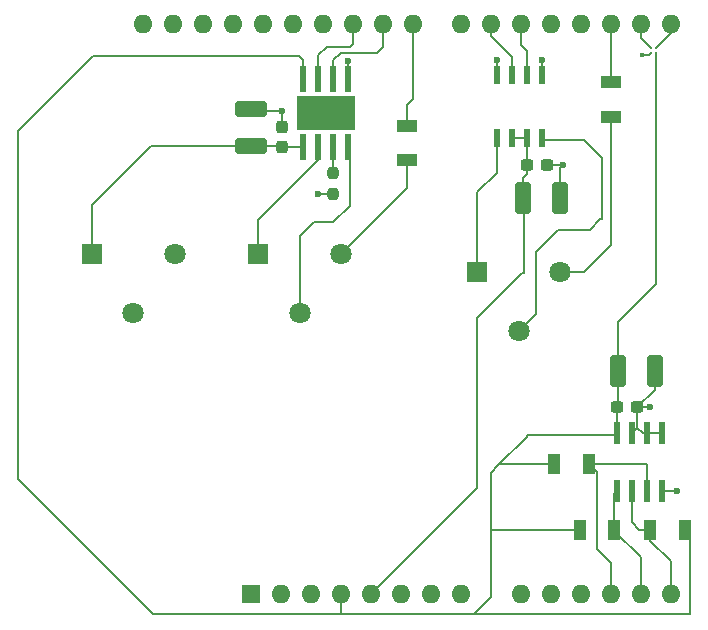
<source format=gtl>
%TF.GenerationSoftware,KiCad,Pcbnew,9.0.2*%
%TF.CreationDate,2025-12-29T08:51:12-08:00*%
%TF.ProjectId,motor_temperature,6d6f746f-725f-4746-956d-706572617475,A*%
%TF.SameCoordinates,Original*%
%TF.FileFunction,Copper,L1,Top*%
%TF.FilePolarity,Positive*%
%FSLAX46Y46*%
G04 Gerber Fmt 4.6, Leading zero omitted, Abs format (unit mm)*
G04 Created by KiCad (PCBNEW 9.0.2) date 2025-12-29 08:51:12*
%MOMM*%
%LPD*%
G01*
G04 APERTURE LIST*
G04 Aperture macros list*
%AMRoundRect*
0 Rectangle with rounded corners*
0 $1 Rounding radius*
0 $2 $3 $4 $5 $6 $7 $8 $9 X,Y pos of 4 corners*
0 Add a 4 corners polygon primitive as box body*
4,1,4,$2,$3,$4,$5,$6,$7,$8,$9,$2,$3,0*
0 Add four circle primitives for the rounded corners*
1,1,$1+$1,$2,$3*
1,1,$1+$1,$4,$5*
1,1,$1+$1,$6,$7*
1,1,$1+$1,$8,$9*
0 Add four rect primitives between the rounded corners*
20,1,$1+$1,$2,$3,$4,$5,0*
20,1,$1+$1,$4,$5,$6,$7,0*
20,1,$1+$1,$6,$7,$8,$9,0*
20,1,$1+$1,$8,$9,$2,$3,0*%
G04 Aperture macros list end*
%TA.AperFunction,SMDPad,CuDef*%
%ADD10RoundRect,0.237500X-0.237500X0.250000X-0.237500X-0.250000X0.237500X-0.250000X0.237500X0.250000X0*%
%TD*%
%TA.AperFunction,SMDPad,CuDef*%
%ADD11RoundRect,0.237500X-0.300000X-0.237500X0.300000X-0.237500X0.300000X0.237500X-0.300000X0.237500X0*%
%TD*%
%TA.AperFunction,ComponentPad*%
%ADD12R,1.800000X1.800000*%
%TD*%
%TA.AperFunction,ComponentPad*%
%ADD13C,1.800000*%
%TD*%
%TA.AperFunction,SMDPad,CuDef*%
%ADD14R,1.050000X1.720000*%
%TD*%
%TA.AperFunction,SMDPad,CuDef*%
%ADD15RoundRect,0.250000X-0.412500X-1.100000X0.412500X-1.100000X0.412500X1.100000X-0.412500X1.100000X0*%
%TD*%
%TA.AperFunction,SMDPad,CuDef*%
%ADD16RoundRect,0.250000X1.100000X-0.412500X1.100000X0.412500X-1.100000X0.412500X-1.100000X-0.412500X0*%
%TD*%
%TA.AperFunction,SMDPad,CuDef*%
%ADD17R,0.580000X1.550000*%
%TD*%
%TA.AperFunction,SMDPad,CuDef*%
%ADD18C,0.230000*%
%TD*%
%TA.AperFunction,SMDPad,CuDef*%
%ADD19R,0.558800X1.981200*%
%TD*%
%TA.AperFunction,SMDPad,CuDef*%
%ADD20R,1.720000X1.050000*%
%TD*%
%TA.AperFunction,SMDPad,CuDef*%
%ADD21R,0.500000X2.200000*%
%TD*%
%TA.AperFunction,ComponentPad*%
%ADD22C,0.630000*%
%TD*%
%TA.AperFunction,SMDPad,CuDef*%
%ADD23R,4.900000X2.950000*%
%TD*%
%TA.AperFunction,SMDPad,CuDef*%
%ADD24RoundRect,0.237500X0.237500X-0.300000X0.237500X0.300000X-0.237500X0.300000X-0.237500X-0.300000X0*%
%TD*%
%TA.AperFunction,ComponentPad*%
%ADD25R,1.600000X1.600000*%
%TD*%
%TA.AperFunction,ComponentPad*%
%ADD26O,1.600000X1.600000*%
%TD*%
%TA.AperFunction,ViaPad*%
%ADD27C,0.600000*%
%TD*%
%TA.AperFunction,ViaPad*%
%ADD28C,0.406400*%
%TD*%
%TA.AperFunction,Conductor*%
%ADD29C,0.200000*%
%TD*%
%TA.AperFunction,Conductor*%
%ADD30C,0.152400*%
%TD*%
G04 APERTURE END LIST*
D10*
%TO.P,R1,1*%
%TO.N,Net-(U1-ISEN)*%
X133350000Y-78716500D03*
%TO.P,R1,2*%
%TO.N,GND*%
X133350000Y-80541500D03*
%TD*%
D11*
%TO.P,C2,1*%
%TO.N,+5V*%
X149759500Y-78105000D03*
%TO.P,C2,2*%
%TO.N,GND*%
X151484500Y-78105000D03*
%TD*%
D12*
%TO.P,J3,1,1*%
%TO.N,+12V*%
X112930500Y-85581000D03*
D13*
%TO.P,J3,2,2*%
%TO.N,unconnected-(J3-Pad2)*%
X116430500Y-90581000D03*
%TO.P,J3,3,3*%
%TO.N,GND*%
X119930500Y-85581000D03*
%TD*%
D14*
%TO.P,R2,1*%
%TO.N,/SDA*%
X157162000Y-108966000D03*
%TO.P,R2,2*%
%TO.N,/UART_3V3*%
X154242000Y-108966000D03*
%TD*%
D15*
%TO.P,C1,1*%
%TO.N,+5V*%
X149440500Y-80899000D03*
%TO.P,C1,2*%
%TO.N,GND*%
X152565500Y-80899000D03*
%TD*%
D16*
%TO.P,C3,1*%
%TO.N,+12V*%
X126365000Y-76492500D03*
%TO.P,C3,2*%
%TO.N,GND*%
X126365000Y-73367500D03*
%TD*%
D14*
%TO.P,R3,1*%
%TO.N,/SCL*%
X160211000Y-108966000D03*
%TO.P,R3,2*%
%TO.N,/UART_3V3*%
X163131000Y-108966000D03*
%TD*%
D17*
%TO.P,U2,1,OA*%
%TO.N,/OUT_A*%
X147193000Y-75832000D03*
%TO.P,U2,2,VCC*%
%TO.N,+5V*%
X148463000Y-75832000D03*
%TO.P,U2,3,VCC*%
X149733000Y-75832000D03*
%TO.P,U2,4,OB*%
%TO.N,/OUT_B*%
X151003000Y-75832000D03*
%TO.P,U2,5,GND*%
%TO.N,GND*%
X151003000Y-70472000D03*
%TO.P,U2,6,IA*%
%TO.N,/IN_A*%
X149733000Y-70472000D03*
%TO.P,U2,7,IB*%
%TO.N,/IN_B*%
X148463000Y-70472000D03*
%TO.P,U2,8,GND*%
%TO.N,GND*%
X147193000Y-70472000D03*
%TD*%
D12*
%TO.P,J1,1,1*%
%TO.N,/OUT_1*%
X127027500Y-85581000D03*
D13*
%TO.P,J1,2,2*%
%TO.N,/OUT_2*%
X130527500Y-90581000D03*
%TO.P,J1,3,3*%
%TO.N,/TACH1a*%
X134027500Y-85581000D03*
%TD*%
D11*
%TO.P,C5,1*%
%TO.N,/UART_3V3*%
X157379500Y-98552000D03*
%TO.P,C5,2*%
%TO.N,GND*%
X159104500Y-98552000D03*
%TD*%
D18*
%TO.P,U3,A1,V+*%
%TO.N,/UART_3V3*%
X160655000Y-68580000D03*
%TO.P,U3,A2,GND*%
%TO.N,GND*%
X160255000Y-68580000D03*
%TO.P,U3,B1,TX*%
%TO.N,/UART_RX*%
X160655000Y-68179998D03*
%TO.P,U3,B2,RX*%
%TO.N,/UART_TX*%
X160255000Y-68179998D03*
%TD*%
D19*
%TO.P,U4,1,SDA*%
%TO.N,/SDA*%
X157353000Y-105714800D03*
%TO.P,U4,2,SCL*%
%TO.N,/SCL*%
X158623000Y-105714800D03*
%TO.P,U4,3,ALERT*%
%TO.N,/ALERT*%
X159893000Y-105714800D03*
%TO.P,U4,4,GND*%
%TO.N,GND*%
X161163000Y-105714800D03*
%TO.P,U4,5,A2*%
X161163000Y-100787200D03*
%TO.P,U4,6,A1*%
X159893000Y-100787200D03*
%TO.P,U4,7,A0*%
X158623000Y-100787200D03*
%TO.P,U4,8,V+*%
%TO.N,/UART_3V3*%
X157353000Y-100787200D03*
%TD*%
D12*
%TO.P,J2,1,1*%
%TO.N,/OUT_A*%
X145569500Y-87105000D03*
D13*
%TO.P,J2,2,2*%
%TO.N,/OUT_B*%
X149069500Y-92105000D03*
%TO.P,J2,3,3*%
%TO.N,/TACHCa*%
X152569500Y-87105000D03*
%TD*%
D20*
%TO.P,R5,1*%
%TO.N,/TACHCa*%
X156845000Y-73977000D03*
%TO.P,R5,2*%
%TO.N,/TACHCb*%
X156845000Y-71057000D03*
%TD*%
D21*
%TO.P,U1,1,GND*%
%TO.N,GND*%
X134650000Y-70770000D03*
%TO.P,U1,2,IN2*%
%TO.N,/IN_2*%
X133380000Y-70770000D03*
%TO.P,U1,3,IN1*%
%TO.N,/IN_1*%
X132110000Y-70770000D03*
%TO.P,U1,4,VREF*%
%TO.N,/UART_3V3*%
X130840000Y-70770000D03*
%TO.P,U1,5,VM*%
%TO.N,+12V*%
X130840000Y-76520000D03*
%TO.P,U1,6,OUT1*%
%TO.N,/OUT_1*%
X132110000Y-76520000D03*
%TO.P,U1,7,ISEN*%
%TO.N,Net-(U1-ISEN)*%
X133380000Y-76520000D03*
%TO.P,U1,8,OUT2*%
%TO.N,/OUT_2*%
X134650000Y-76520000D03*
D22*
%TO.P,U1,9,GND*%
%TO.N,GND*%
X134045000Y-72995000D03*
X132745000Y-72995000D03*
X131445000Y-72995000D03*
D23*
X132745000Y-73645000D03*
D22*
X134045000Y-74295000D03*
X132745000Y-74295000D03*
X131445000Y-74295000D03*
%TD*%
D14*
%TO.P,R4,1*%
%TO.N,/ALERT*%
X155003000Y-103378000D03*
%TO.P,R4,2*%
%TO.N,/UART_3V3*%
X152083000Y-103378000D03*
%TD*%
D20*
%TO.P,R6,1*%
%TO.N,/TACH1a*%
X139573000Y-77660000D03*
%TO.P,R6,2*%
%TO.N,/TACH1b*%
X139573000Y-74740000D03*
%TD*%
D24*
%TO.P,C4,1*%
%TO.N,+12V*%
X129032000Y-76554500D03*
%TO.P,C4,2*%
%TO.N,GND*%
X129032000Y-74829500D03*
%TD*%
D15*
%TO.P,C6,1*%
%TO.N,/UART_3V3*%
X157441500Y-95504000D03*
%TO.P,C6,2*%
%TO.N,GND*%
X160566500Y-95504000D03*
%TD*%
D25*
%TO.P,A1,1,NC*%
%TO.N,unconnected-(A1-NC-Pad1)*%
X126365000Y-114427000D03*
D26*
%TO.P,A1,2,IOREF*%
%TO.N,unconnected-(A1-IOREF-Pad2)*%
X128905000Y-114427000D03*
%TO.P,A1,3,~{RESET}*%
%TO.N,unconnected-(A1-~{RESET}-Pad3)*%
X131445000Y-114427000D03*
%TO.P,A1,4,3V3*%
%TO.N,/UART_3V3*%
X133985000Y-114427000D03*
%TO.P,A1,5,+5V*%
%TO.N,+5V*%
X136525000Y-114427000D03*
%TO.P,A1,6,GND*%
%TO.N,GND*%
X139065000Y-114427000D03*
%TO.P,A1,7,GND*%
X141605000Y-114427000D03*
%TO.P,A1,8,VIN*%
%TO.N,unconnected-(A1-VIN-Pad8)*%
X144145000Y-114427000D03*
%TO.P,A1,9,A0*%
%TO.N,unconnected-(A1-A0-Pad9)*%
X149225000Y-114427000D03*
%TO.P,A1,10,A1*%
%TO.N,unconnected-(A1-A1-Pad10)*%
X151765000Y-114427000D03*
%TO.P,A1,11,A2*%
%TO.N,unconnected-(A1-A2-Pad11)*%
X154305000Y-114427000D03*
%TO.P,A1,12,A3*%
%TO.N,/ALERT*%
X156845000Y-114427000D03*
%TO.P,A1,13,SDA/A4*%
%TO.N,/SDA*%
X159385000Y-114427000D03*
%TO.P,A1,14,SCL/A5*%
%TO.N,/SCL*%
X161925000Y-114427000D03*
%TO.P,A1,15,D0/RX*%
%TO.N,/UART_RX*%
X161925000Y-66167000D03*
%TO.P,A1,16,D1/TX*%
%TO.N,/UART_TX*%
X159385000Y-66167000D03*
%TO.P,A1,17,D2*%
%TO.N,/TACHCb*%
X156845000Y-66167000D03*
%TO.P,A1,18,D3*%
%TO.N,unconnected-(A1-D3-Pad18)*%
X154305000Y-66167000D03*
%TO.P,A1,19,D4*%
%TO.N,unconnected-(A1-D4-Pad19)*%
X151765000Y-66167000D03*
%TO.P,A1,20,D5*%
%TO.N,/IN_A*%
X149225000Y-66167000D03*
%TO.P,A1,21,D6*%
%TO.N,/IN_B*%
X146685000Y-66167000D03*
%TO.P,A1,22,D7*%
%TO.N,unconnected-(A1-D7-Pad22)*%
X144145000Y-66167000D03*
%TO.P,A1,23,D8*%
%TO.N,/TACH1b*%
X140085000Y-66167000D03*
%TO.P,A1,24,D9*%
%TO.N,/IN_2*%
X137545000Y-66167000D03*
%TO.P,A1,25,D10*%
%TO.N,/IN_1*%
X135005000Y-66167000D03*
%TO.P,A1,26,D11*%
%TO.N,unconnected-(A1-D11-Pad26)*%
X132465000Y-66167000D03*
%TO.P,A1,27,D12*%
%TO.N,unconnected-(A1-D12-Pad27)*%
X129925000Y-66167000D03*
%TO.P,A1,28,D13*%
%TO.N,unconnected-(A1-D13-Pad28)*%
X127385000Y-66167000D03*
%TO.P,A1,29,GND*%
%TO.N,GND*%
X124845000Y-66167000D03*
%TO.P,A1,30,AREF*%
%TO.N,unconnected-(A1-AREF-Pad30)*%
X122305000Y-66167000D03*
%TO.P,A1,31,SDA/A4*%
%TO.N,unconnected-(A1-SDA{slash}A4-Pad31)*%
X119765000Y-66167000D03*
%TO.P,A1,32,SCL/A5*%
%TO.N,unconnected-(A1-SCL{slash}A5-Pad32)*%
X117225000Y-66167000D03*
%TD*%
D27*
%TO.N,GND*%
X147193000Y-69215000D03*
X162433000Y-105664000D03*
X134650000Y-69245000D03*
X152781000Y-78105000D03*
X151003000Y-69215000D03*
X129032000Y-73533000D03*
D28*
X159512000Y-68761000D03*
D27*
X160147000Y-98552000D03*
X132103500Y-80541500D03*
%TD*%
D29*
%TO.N,/TACH1b*%
X140085000Y-66167000D02*
X140081000Y-66171000D01*
X140081000Y-72517000D02*
X139573000Y-73025000D01*
X140081000Y-66171000D02*
X140081000Y-72517000D01*
X139573000Y-73025000D02*
X139573000Y-74740000D01*
%TO.N,/SCL*%
X160211000Y-108966000D02*
X160211000Y-109919000D01*
X160211000Y-108966000D02*
X159258000Y-108966000D01*
X159258000Y-108966000D02*
X158623000Y-108331000D01*
X158623000Y-108331000D02*
X158623000Y-105714800D01*
X160211000Y-109919000D02*
X161925000Y-111633000D01*
X161925000Y-111633000D02*
X161925000Y-114427000D01*
D30*
X161805000Y-114727998D02*
X161805000Y-114630000D01*
D29*
%TO.N,/IN_B*%
X148463000Y-68961000D02*
X146685000Y-67183000D01*
X146685000Y-67183000D02*
X146685000Y-66167000D01*
X148463000Y-70472000D02*
X148463000Y-68961000D01*
%TO.N,/ALERT*%
X155702000Y-104077000D02*
X155702000Y-110617000D01*
X155003000Y-103378000D02*
X159893000Y-103378000D01*
X155003000Y-103378000D02*
X155702000Y-104077000D01*
X155702000Y-110617000D02*
X156845000Y-111760000D01*
X156845000Y-111760000D02*
X156845000Y-114427000D01*
X159893000Y-103378000D02*
X159893000Y-105714800D01*
D30*
%TO.N,GND*%
X160074000Y-68761000D02*
X159512000Y-68761000D01*
D29*
X151003000Y-70472000D02*
X151003000Y-69215000D01*
X159893000Y-100787200D02*
X161163000Y-100787200D01*
X159586000Y-100787200D02*
X159104500Y-100305700D01*
X159893000Y-100787200D02*
X159586000Y-100787200D01*
X159104500Y-100305700D02*
X158623000Y-100787200D01*
X132080000Y-80518000D02*
X132103500Y-80541500D01*
D30*
X160255000Y-68580000D02*
X160074000Y-68761000D01*
D29*
X159104500Y-98552000D02*
X160147000Y-98552000D01*
X147193000Y-70472000D02*
X147193000Y-69215000D01*
X161163000Y-105714800D02*
X162382200Y-105714800D01*
X126530500Y-73533000D02*
X129032000Y-73533000D01*
X151484500Y-78105000D02*
X152781000Y-78105000D01*
X134650000Y-70770000D02*
X134650000Y-69245000D01*
X159104500Y-98552000D02*
X160566500Y-97090000D01*
X160566500Y-97090000D02*
X160566500Y-95504000D01*
X129032000Y-74829500D02*
X129032000Y-73533000D01*
X152565500Y-80899000D02*
X152565500Y-78320500D01*
X133350000Y-80541500D02*
X132103500Y-80541500D01*
X126365000Y-73367500D02*
X126530500Y-73533000D01*
X134620000Y-69215000D02*
X134650000Y-69245000D01*
X159104500Y-98552000D02*
X159104500Y-100305700D01*
X152565500Y-78320500D02*
X152781000Y-78105000D01*
X162382200Y-105714800D02*
X162433000Y-105664000D01*
%TO.N,/IN_A*%
X149225000Y-67945000D02*
X149225000Y-66167000D01*
X149733000Y-68453000D02*
X149225000Y-67945000D01*
X149733000Y-70472000D02*
X149733000Y-68453000D01*
%TO.N,/UART_TX*%
X159265000Y-66414000D02*
X159265000Y-66370000D01*
X160255000Y-68179998D02*
X159385000Y-67309998D01*
X159385000Y-67309998D02*
X159385000Y-66167000D01*
X159258000Y-66294000D02*
X159385000Y-66167000D01*
%TO.N,/SDA*%
X159385000Y-111252000D02*
X159385000Y-114427000D01*
D30*
X159265000Y-114633998D02*
X159265000Y-114630000D01*
D29*
X157162000Y-108966000D02*
X157162000Y-105905800D01*
X157162000Y-109029000D02*
X159385000Y-111252000D01*
X157162000Y-105905800D02*
X157353000Y-105714800D01*
X157162000Y-108966000D02*
X157162000Y-109029000D01*
%TO.N,/IN_1*%
X132110000Y-70770000D02*
X132110000Y-68804000D01*
X132110000Y-68804000D02*
X132842000Y-68072000D01*
X132842000Y-68072000D02*
X134747000Y-68072000D01*
X135005000Y-67814000D02*
X135005000Y-66167000D01*
X134747000Y-68072000D02*
X135005000Y-67814000D01*
%TO.N,/TACHCb*%
X156845000Y-71057000D02*
X156845000Y-66167000D01*
%TO.N,/UART_RX*%
X160655000Y-68179998D02*
X161925000Y-66909998D01*
X161925000Y-66909998D02*
X161925000Y-66167000D01*
%TO.N,/IN_2*%
X137033000Y-68580000D02*
X137545000Y-68068000D01*
X133380000Y-69185000D02*
X133985000Y-68580000D01*
X137545000Y-68068000D02*
X137545000Y-66167000D01*
X133985000Y-68580000D02*
X137033000Y-68580000D01*
X133380000Y-70770000D02*
X133380000Y-69185000D01*
%TO.N,+12V*%
X117944500Y-76492500D02*
X126365000Y-76492500D01*
X126365000Y-76492500D02*
X128970000Y-76492500D01*
X129032000Y-76554500D02*
X130805500Y-76554500D01*
X112930500Y-81506500D02*
X117944500Y-76492500D01*
X112930500Y-85581000D02*
X112930500Y-81506500D01*
X130805500Y-76554500D02*
X130840000Y-76520000D01*
X128970000Y-76492500D02*
X129032000Y-76554500D01*
%TO.N,/OUT_1*%
X132110000Y-77694000D02*
X132110000Y-76520000D01*
X127027500Y-85581000D02*
X127027500Y-82776500D01*
X127027500Y-82776500D02*
X132110000Y-77694000D01*
%TO.N,/OUT_2*%
X130527500Y-84102500D02*
X131699000Y-82931000D01*
X133350000Y-82931000D02*
X134747000Y-81534000D01*
X130527500Y-90581000D02*
X130527500Y-84102500D01*
X134747000Y-81534000D02*
X134747000Y-76617000D01*
X131699000Y-82931000D02*
X133350000Y-82931000D01*
X134747000Y-76617000D02*
X134650000Y-76520000D01*
%TO.N,/OUT_B*%
X150495000Y-85471000D02*
X152400000Y-83566000D01*
X155956000Y-82677000D02*
X156083000Y-82677000D01*
X149069500Y-92105000D02*
X150495000Y-90679500D01*
X152400000Y-83566000D02*
X155067000Y-83566000D01*
X156083000Y-82677000D02*
X156083000Y-77470000D01*
X150495000Y-90679500D02*
X150495000Y-85471000D01*
X155067000Y-83566000D02*
X155956000Y-82677000D01*
X156083000Y-77470000D02*
X154559000Y-75946000D01*
X151117000Y-75946000D02*
X151003000Y-75832000D01*
X154559000Y-75946000D02*
X151117000Y-75946000D01*
%TO.N,/TACH1a*%
X134027500Y-85581000D02*
X139573000Y-80035500D01*
X139573000Y-80035500D02*
X139573000Y-77660000D01*
%TO.N,/OUT_A*%
X145569500Y-80363500D02*
X147193000Y-78740000D01*
X145569500Y-87105000D02*
X145569500Y-80363500D01*
X147193000Y-78740000D02*
X147193000Y-75832000D01*
%TO.N,/TACHCa*%
X156845000Y-84836000D02*
X156845000Y-73977000D01*
X152569500Y-87105000D02*
X154576000Y-87105000D01*
X154576000Y-87105000D02*
X156845000Y-84836000D01*
%TO.N,Net-(U1-ISEN)*%
X133350000Y-78716500D02*
X133350000Y-76550000D01*
X133350000Y-76550000D02*
X133380000Y-76520000D01*
%TO.N,+5V*%
X149759500Y-78840500D02*
X149759500Y-78105000D01*
X149479000Y-87249000D02*
X149479000Y-80937500D01*
X149479000Y-80937500D02*
X149440500Y-80899000D01*
X136525000Y-114427000D02*
X145542000Y-105410000D01*
X149352000Y-87249000D02*
X149479000Y-87249000D01*
X149733000Y-75832000D02*
X148463000Y-75832000D01*
X149759500Y-75858500D02*
X149733000Y-75832000D01*
X145542000Y-105410000D02*
X145542000Y-91059000D01*
X149440500Y-80899000D02*
X149440500Y-79159500D01*
X145542000Y-91059000D02*
X149352000Y-87249000D01*
X149440500Y-79159500D02*
X149759500Y-78840500D01*
X149759500Y-78105000D02*
X149759500Y-75858500D01*
%TO.N,/UART_3V3*%
X149733000Y-101092000D02*
X147320000Y-103505000D01*
X118110000Y-116078000D02*
X106680000Y-104648000D01*
X133985000Y-114427000D02*
X133985000Y-116078000D01*
X146685000Y-108966000D02*
X154242000Y-108966000D01*
X106680000Y-104648000D02*
X106680000Y-75184000D01*
X106680000Y-75184000D02*
X113030000Y-68834000D01*
X133985000Y-116078000D02*
X145288000Y-116078000D01*
X157441500Y-98490000D02*
X157379500Y-98552000D01*
X157441500Y-95504000D02*
X157441500Y-98490000D01*
X157353000Y-100787200D02*
X157175200Y-100965000D01*
X160655000Y-68580000D02*
X160655000Y-88138000D01*
X157379500Y-100760700D02*
X157353000Y-100787200D01*
X145288000Y-116078000D02*
X146685000Y-114681000D01*
X130810000Y-69215000D02*
X130810000Y-70740000D01*
X157175200Y-100965000D02*
X149733000Y-100965000D01*
X157379500Y-98552000D02*
X157379500Y-100760700D01*
X133985000Y-116078000D02*
X118110000Y-116078000D01*
X152083000Y-103378000D02*
X147447000Y-103378000D01*
X130810000Y-70740000D02*
X130840000Y-70770000D01*
X163576000Y-109411000D02*
X163576000Y-116078000D01*
X163131000Y-108966000D02*
X163576000Y-109411000D01*
X113030000Y-68834000D02*
X130429000Y-68834000D01*
X130429000Y-68834000D02*
X130810000Y-69215000D01*
X163576000Y-116078000D02*
X145288000Y-116078000D01*
X157441500Y-91351500D02*
X160655000Y-88138000D01*
X146685000Y-104140000D02*
X146685000Y-108966000D01*
X149733000Y-100965000D02*
X149733000Y-101092000D01*
X147447000Y-103378000D02*
X147320000Y-103505000D01*
X157441500Y-95504000D02*
X157441500Y-91351500D01*
X147320000Y-103505000D02*
X146685000Y-104140000D01*
X146685000Y-114681000D02*
X146685000Y-108966000D01*
%TD*%
M02*

</source>
